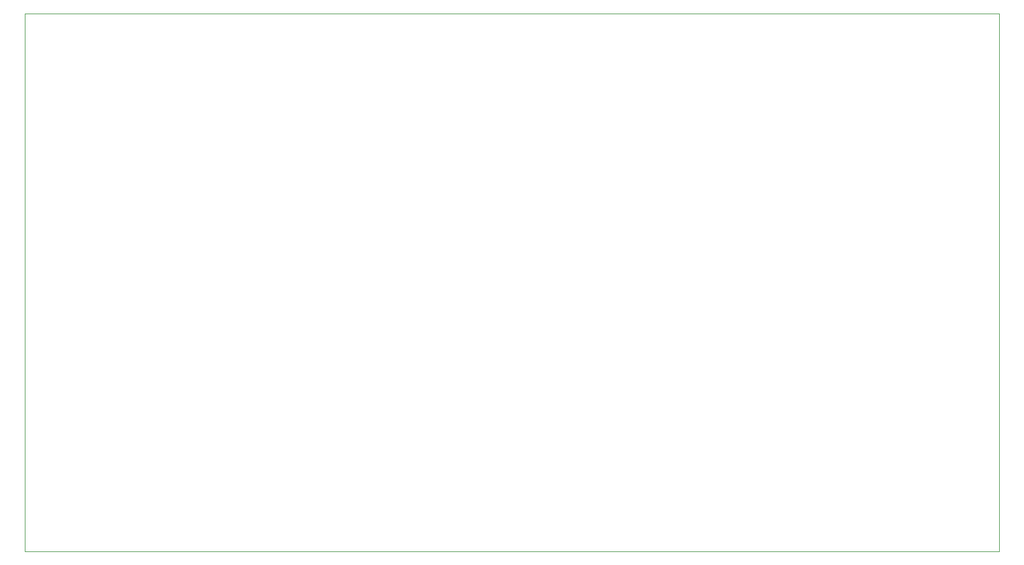
<source format=gm1>
G04 #@! TF.FileFunction,Profile,NP*
%FSLAX46Y46*%
G04 Gerber Fmt 4.6, Leading zero omitted, Abs format (unit mm)*
G04 Created by KiCad (PCBNEW 4.0.1-stable) date 2018/04/09 16:51:16*
%MOMM*%
G01*
G04 APERTURE LIST*
%ADD10C,0.150000*%
%ADD11C,0.100000*%
G04 APERTURE END LIST*
D10*
D11*
X131700000Y-164300000D02*
X271200000Y-164300000D01*
X131700000Y-87300000D02*
X131700000Y-164300000D01*
X264700000Y-87300000D02*
X131700000Y-87300000D01*
X271200000Y-87300000D02*
X264700000Y-87300000D01*
X271200000Y-164300000D02*
X271200000Y-87300000D01*
M02*

</source>
